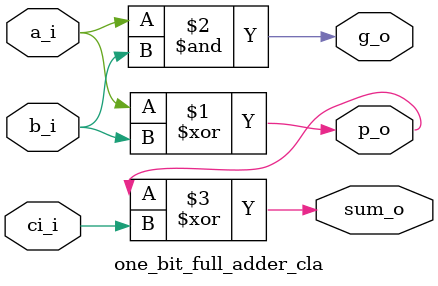
<source format=sv>
`timescale 1ns / 1ps
module one_bit_full_adder_cla 
    (
    
    // Se definen las entradas
    
    input logic a_i,
    input logic b_i,
    input logic ci_i,
    
    // Se definen las salidas
    
    output logic sum_o,
    output logic p_o,
    output logic g_o
    );
    
    // Se genera el carry propagado, el carry generado y el resultado de la suma
    
    assign p_o = a_i ^ b_i;
    assign g_o = a_i & b_i;
    assign sum_o = p_o ^ ci_i;
    
    
endmodule
</source>
